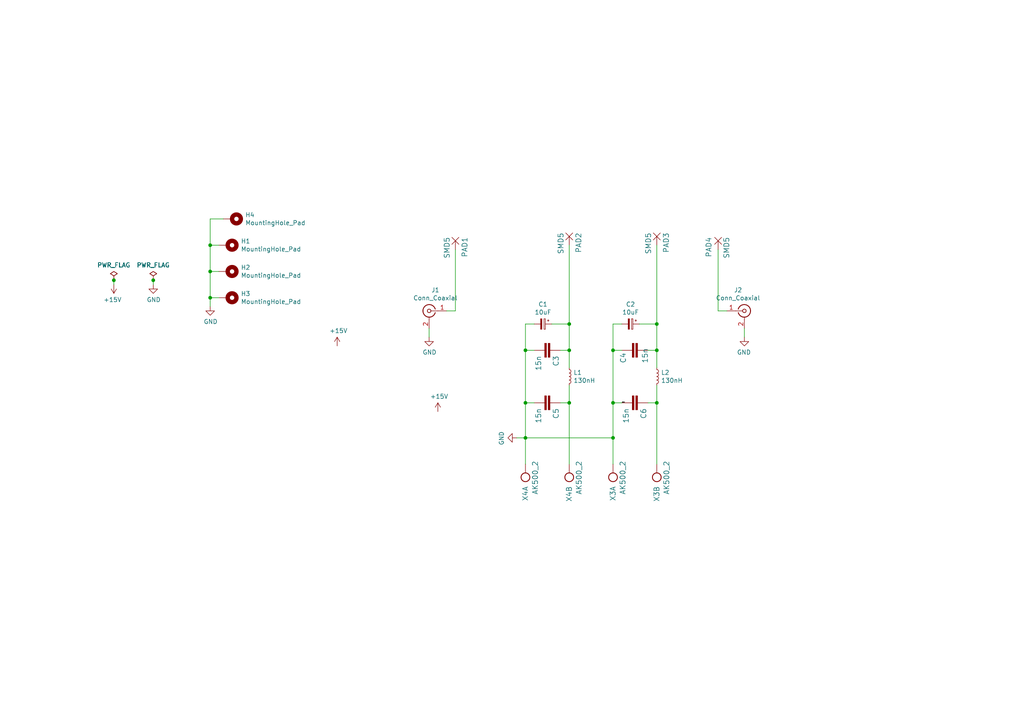
<source format=kicad_sch>
(kicad_sch (version 20230121) (generator eeschema)
  (paper "A4")
  (lib_symbols
    (symbol "Connector:Conn_Coaxial" (pin_names (offset 1.016) hide)
      (property "Reference" "J" (at 0.254 3.048 0))
      (property "Value" "Conn_Coaxial" (at 2.921 0 90))
      (symbol "Conn_Coaxial_0_1"
        (arc (start -1.778 -0.508) (mid 0.2311 -1.8066) (end 1.778 0) (stroke (width 0.254)))
        (polyline (pts (xy -2.54 0) (xy -0.508 0)))
        (polyline (pts (xy 0 -2.54) (xy 0 -1.778)))
        (circle (center 0 0) (radius 0.508) (stroke (width 0.2032)))
        (arc (start 1.778 0) (mid 0.2099 1.8101) (end -1.778 0.508) (stroke (width 0.254)))
      )
      (symbol "Conn_Coaxial_1_1"
        (pin passive line (at -5.08 0 0) (length 2.54) (name "In") (number "1"))
        (pin passive line (at 0 -5.08 90) (length 2.54) (name "Ext") (number "2"))
      )
    )
    (symbol "Device:L_Small" (pin_numbers hide) (pin_names (offset 0.254) hide)
      (property "Reference" "L" (at 0.762 1.016 0))
      (property "Value" "L_Small" (at 0.762 -1.016 0))
      (symbol "L_Small_0_1"
        (arc (start 0 -2.032) (mid 0.5058 -1.524) (end 0 -1.016))
        (arc (start 0 -1.016) (mid 0.5058 -0.508) (end 0 0))
        (arc (start 0 0) (mid 0.5058 0.508) (end 0 1.016))
        (arc (start 0 1.016) (mid 0.5058 1.524) (end 0 2.032))
      )
      (symbol "L_Small_1_1"
        (pin passive line (at 0 2.54 270) (length 0.508) (name "~") (number "1"))
        (pin passive line (at 0 -2.54 90) (length 0.508) (name "~") (number "2"))
      )
    )
    (symbol "Mechanical:MountingHole_Pad" (pin_numbers hide) (pin_names (offset 1.016) hide)
      (property "Reference" "H" (at 0 6.35 0))
      (property "Value" "MountingHole_Pad" (at 0 4.445 0))
      (symbol "MountingHole_Pad_0_1"
        (circle (center 0 1.27) (radius 1.27) (stroke (width 1.27)))
      )
      (symbol "MountingHole_Pad_1_1"
        (pin input line (at 0 -2.54 90) (length 2.54) (name "1") (number "1"))
      )
    )
    (symbol "main_new-eagle-import:AK500_2" (pin_names (offset 1.016))
      (property "Reference" "X" (at -1.27 0.889 0))
      (property "Value" "AK500_2" (at -3.81 -3.683 0))
      (symbol "AK500_2_1_0"
        (circle (center 1.27 0) (radius 1.27) (stroke (width 0.254)))
        (pin passive line (at 5.08 0 180) (length 2.54) (name "KL") (number "1"))
      )
      (symbol "AK500_2_2_0"
        (circle (center 1.27 0) (radius 1.27) (stroke (width 0.254)))
        (pin passive line (at 5.08 0 180) (length 2.54) (name "KL") (number "2"))
      )
    )
    (symbol "main_new-eagle-import:C-EU050-030X075" (pin_names (offset 1.016))
      (property "Reference" "C" (at 1.524 0.381 0))
      (property "Value" "C-EU050-030X075" (at 1.524 -4.699 0))
      (symbol "C-EU050-030X075_1_0"
        (rectangle (start -2.032 -2.032) (end 2.032 -1.524) (fill (type outline)))
        (rectangle (start -2.032 -1.016) (end 2.032 -0.508) (fill (type outline)))
        (polyline (pts (xy 0 -2.54) (xy 0 -2.032)))
        (polyline (pts (xy 0 0) (xy 0 -0.508)))
        (pin passive line (at 0 2.54 270) (length 2.54) (name "1") (number "1"))
        (pin passive line (at 0 -5.08 90) (length 2.54) (name "2") (number "2"))
      )
    )
    (symbol "main_new-eagle-import:SMD5" (pin_names (offset 1.016))
      (property "Reference" "PAD" (at -1.143 1.8542 0))
      (property "Value" "SMD5" (at -1.143 -3.302 0))
      (symbol "SMD5_1_0"
        (polyline (pts (xy -1.016 -1.016) (xy 1.016 1.016)))
        (polyline (pts (xy -1.016 1.016) (xy 1.016 -1.016)))
        (pin passive line (at 2.54 0 180) (length 2.54) (name "P") (number "1"))
      )
    )
    (symbol "main_new-rescue:CP_Small-Device" (pin_numbers hide) (pin_names (offset 0.254) hide)
      (property "Reference" "C" (at 0.254 1.778 0))
      (property "Value" "Device_CP_Small" (at 0.254 -2.032 0))
      (symbol "CP_Small-Device_0_1"
        (rectangle (start -1.524 -0.3048) (end 1.524 -0.6858) (fill (type outline)))
        (rectangle (start -1.524 0.6858) (end 1.524 0.3048))
        (polyline (pts (xy -1.27 1.524) (xy -0.762 1.524)))
        (polyline (pts (xy -1.016 1.27) (xy -1.016 1.778)))
      )
      (symbol "CP_Small-Device_1_1"
        (pin passive line (at 0 2.54 270) (length 1.8542) (name "~") (number "1"))
        (pin passive line (at 0 -2.54 90) (length 1.8542) (name "~") (number "2"))
      )
    )
    (symbol "power:+15V" (power) (pin_names (offset 0))
      (property "Value" "+15V" (at 0 3.556 0))
      (symbol "+15V_0_1"
        (polyline (pts (xy -0.762 1.27) (xy 0 2.54)))
        (polyline (pts (xy 0 0) (xy 0 2.54)))
        (polyline (pts (xy 0 2.54) (xy 0.762 1.27)))
      )
      (symbol "+15V_1_1"
        (pin power_in line (at 0 0 90) (length 0) hide (name "+15V") (number "1"))
      )
    )
    (symbol "power:GND" (power) (pin_names (offset 0))
      (property "Value" "GND" (at 0 -3.81 0))
      (symbol "GND_0_1"
        (polyline (pts (xy 0 0) (xy 0 -1.27) (xy 1.27 -1.27) (xy 0 -2.54) (xy -1.27 -1.27) (xy 0 -1.27)))
      )
      (symbol "GND_1_1"
        (pin power_in line (at 0 0 270) (length 0) hide (name "GND") (number "1"))
      )
    )
    (symbol "power:PWR_FLAG" (power) (pin_numbers hide) (pin_names (offset 0) hide)
      (property "Value" "PWR_FLAG" (at 0 3.81 0))
      (symbol "PWR_FLAG_0_0"
        (pin power_out line (at 0 0 90) (length 0) (name "pwr") (number "1"))
      )
      (symbol "PWR_FLAG_0_1"
        (polyline (pts (xy 0 0) (xy 0 1.27) (xy -1.016 1.905) (xy 0 2.54) (xy 1.016 1.905) (xy 0 1.27)))
      )
    )
  )
  (junction (at 190.5 101.6))
  (junction (at 177.8 101.6))
  (junction (at 165.1 93.98))
  (junction (at 33.02 81.28))
  (junction (at 165.1 116.84))
  (junction (at 152.4 101.6))
  (junction (at 165.1 101.6))
  (junction (at 60.96 71.12))
  (junction (at 177.8 127))
  (junction (at 152.4 127))
  (junction (at 60.96 86.36))
  (junction (at 190.5 116.84))
  (junction (at 190.5 93.98))
  (junction (at 152.4 116.84))
  (junction (at 60.96 78.74))
  (junction (at 44.45 81.28))
  (junction (at 177.8 116.84))
  (wire (pts (xy 177.8 127) (xy 177.8 134.62)))
  (wire (pts (xy 185.42 93.98) (xy 190.5 93.98)))
  (wire (pts (xy 152.4 116.84) (xy 154.94 116.84)))
  (wire (pts (xy 162.56 101.6) (xy 165.1 101.6)))
  (wire (pts (xy 60.96 63.5) (xy 60.96 71.12)))
  (wire (pts (xy 208.28 90.17) (xy 208.28 72.39)))
  (wire (pts (xy 177.8 116.84) (xy 177.8 127)))
  (wire (pts (xy 190.5 101.6) (xy 190.5 106.68)))
  (wire (pts (xy 165.1 71.12) (xy 165.1 93.98)))
  (wire (pts (xy 124.46 95.25) (xy 124.46 97.79)))
  (wire (pts (xy 44.45 81.28) (xy 44.45 82.55)))
  (wire (pts (xy 210.82 90.17) (xy 208.28 90.17)))
  (wire (pts (xy 60.96 86.36) (xy 63.5 86.36)))
  (wire (pts (xy 154.94 101.6) (xy 152.4 101.6)))
  (wire (pts (xy 60.96 71.12) (xy 60.96 78.74)))
  (wire (pts (xy 165.1 111.76) (xy 165.1 116.84)))
  (wire (pts (xy 160.02 93.98) (xy 165.1 93.98)))
  (wire (pts (xy 190.5 101.6) (xy 190.5 93.98)))
  (wire (pts (xy 177.8 116.84) (xy 177.8 101.6)))
  (wire (pts (xy 60.96 78.74) (xy 60.96 86.36)))
  (wire (pts (xy 129.54 90.17) (xy 132.08 90.17)))
  (wire (pts (xy 152.4 93.98) (xy 152.4 101.6)))
  (wire (pts (xy 165.1 101.6) (xy 165.1 106.68)))
  (wire (pts (xy 165.1 134.62) (xy 165.1 116.84)))
  (wire (pts (xy 162.56 116.84) (xy 165.1 116.84)))
  (wire (pts (xy 187.96 101.6) (xy 190.5 101.6)))
  (wire (pts (xy 60.96 63.5) (xy 64.77 63.5)))
  (wire (pts (xy 63.5 78.74) (xy 60.96 78.74)))
  (wire (pts (xy 132.08 90.17) (xy 132.08 72.39)))
  (wire (pts (xy 152.4 127) (xy 152.4 134.62)))
  (wire (pts (xy 180.34 116.84) (xy 177.8 116.84)))
  (wire (pts (xy 152.4 116.84) (xy 152.4 127)))
  (wire (pts (xy 215.9 95.25) (xy 215.9 97.79)))
  (wire (pts (xy 177.8 101.6) (xy 177.8 93.98)))
  (wire (pts (xy 177.8 101.6) (xy 180.34 101.6)))
  (wire (pts (xy 190.5 134.62) (xy 190.5 116.84)))
  (wire (pts (xy 190.5 116.84) (xy 187.96 116.84)))
  (wire (pts (xy 154.94 93.98) (xy 152.4 93.98)))
  (wire (pts (xy 60.96 86.36) (xy 60.96 88.9)))
  (wire (pts (xy 152.4 127) (xy 149.86 127)))
  (wire (pts (xy 165.1 93.98) (xy 165.1 101.6)))
  (wire (pts (xy 33.02 81.28) (xy 33.02 82.55)))
  (wire (pts (xy 190.5 111.76) (xy 190.5 116.84)))
  (wire (pts (xy 190.5 93.98) (xy 190.5 71.12)))
  (wire (pts (xy 60.96 71.12) (xy 63.5 71.12)))
  (wire (pts (xy 177.8 127) (xy 152.4 127)))
  (wire (pts (xy 152.4 101.6) (xy 152.4 116.84)))
  (wire (pts (xy 177.8 93.98) (xy 180.34 93.98)))
  (label "GND" (at 180.34 116.84 0) (effects (font (size 0.254 0.254))))
  (symbol (lib_id "main_new-eagle-import:C-EU050-030X075") (at 160.02 101.6 270) (unit 1)
    (property "Reference" "C3" (at 160.401 103.124 0) (effects (font (size 1.4986 1.4986)) (justify left bottom)))
    (property "Value" "15n" (at 155.321 103.124 0) (effects (font (size 1.4986 1.4986)) (justify left bottom)))
    (property "Footprint" "Capacitor_SMD:C_0805_2012Metric_Pad1.15x1.40mm_HandSolder" (effects hide))
  )
  (symbol (lib_id "main_new-eagle-import:AK500_2") (at 165.1 139.7 90) (unit 2)
    (property "Reference" "X4" (at 164.211 140.97 0) (effects (font (size 1.4986 1.4986)) (justify right top)))
    (property "Value" "AK500_2" (at 168.783 143.51 0) (effects (font (size 1.4986 1.4986)) (justify left bottom)))
    (property "Footprint" "TerminalBlock_Phoenix:TerminalBlock_Phoenix_PT-1,5-2-5.0-H_1x02_P5.00mm_Horizontal" (effects hide))
  )
  (symbol (lib_id "main_new-eagle-import:AK500_2") (at 152.4 139.7 90) (unit 1)
    (property "Reference" "X4" (at 151.511 140.97 0) (effects (font (size 1.4986 1.4986)) (justify right top)))
    (property "Value" "AK500_2" (at 156.083 143.51 0) (effects (font (size 1.4986 1.4986)) (justify left bottom)))
    (property "Footprint" "TerminalBlock_Phoenix:TerminalBlock_Phoenix_PT-1,5-2-5.0-H_1x02_P5.00mm_Horizontal" (effects hide))
  )
  (symbol (lib_id "main_new-eagle-import:SMD5") (at 165.1 68.58 270) (unit 1)
    (property "Reference" "PAD2" (at 166.9542 67.437 0) (effects (font (size 1.4986 1.4986)) (justify left bottom)))
    (property "Value" "SMD5" (at 161.798 67.437 0) (effects (font (size 1.4986 1.4986)) (justify left bottom)))
    (property "Footprint" "main_new:SMD2,54-5,08" (effects hide))
  )
  (symbol (lib_id "main_new-eagle-import:C-EU050-030X075") (at 185.42 116.84 270) (unit 1)
    (property "Reference" "C6" (at 185.801 118.364 0) (effects (font (size 1.4986 1.4986)) (justify left bottom)))
    (property "Value" "15n" (at 180.721 118.364 0) (effects (font (size 1.4986 1.4986)) (justify left bottom)))
    (property "Footprint" "Capacitor_SMD:C_0805_2012Metric_Pad1.15x1.40mm_HandSolder" (effects hide))
  )
  (symbol (lib_id "Mechanical:MountingHole_Pad") (at 67.31 63.5 270) (unit 1)
    (property "Reference" "H4" (at 71.12 62.3316 90) (effects (justify left)))
    (property "Value" "MountingHole_Pad" (at 71.12 64.643 90) (effects (justify left)))
    (property "Footprint" "MountingHole:MountingHole_3.2mm_M3_ISO7380_Pad" (effects hide))
  )
  (symbol (lib_id "Mechanical:MountingHole_Pad") (at 66.04 71.12 270) (unit 1)
    (property "Reference" "H1" (at 69.85 69.9516 90) (effects (justify left)))
    (property "Value" "MountingHole_Pad" (at 69.85 72.263 90) (effects (justify left)))
    (property "Footprint" "MountingHole:MountingHole_3.2mm_M3_ISO7380_Pad" (effects hide))
  )
  (symbol (lib_id "Mechanical:MountingHole_Pad") (at 66.04 78.74 270) (unit 1)
    (property "Reference" "H2" (at 69.85 77.5716 90) (effects (justify left)))
    (property "Value" "MountingHole_Pad" (at 69.85 79.883 90) (effects (justify left)))
    (property "Footprint" "MountingHole:MountingHole_3.2mm_M3_ISO7380_Pad" (effects hide))
  )
  (symbol (lib_id "Mechanical:MountingHole_Pad") (at 66.04 86.36 270) (unit 1)
    (property "Reference" "H3" (at 69.85 85.1916 90) (effects (justify left)))
    (property "Value" "MountingHole_Pad" (at 69.85 87.503 90) (effects (justify left)))
    (property "Footprint" "MountingHole:MountingHole_3.2mm_M3_ISO7380_Pad" (effects hide))
  )
  (symbol (lib_id "power:GND") (at 60.96 88.9 0) (unit 1)
    (property "Reference" "#PWR02" (effects hide))
    (property "Value" "GND" (at 61.087 93.2942 0))
  )
  (symbol (lib_id "power:PWR_FLAG") (at 44.45 81.28 0) (unit 1)
    (property "Reference" "#FLG01" (effects hide))
    (property "Value" "PWR_FLAG" (at 44.45 76.8858 0))
  )
  (symbol (lib_id "power:GND") (at 44.45 82.55 0) (unit 1)
    (property "Reference" "#PWR01" (effects hide))
    (property "Value" "GND" (at 44.577 86.9442 0))
  )
  (symbol (lib_id "Connector:Conn_Coaxial") (at 124.46 90.17 0) (mirror y) (unit 1)
    (property "Reference" "J1" (at 126.2888 84.1248 0))
    (property "Value" "Conn_Coaxial" (at 126.2888 86.4362 0))
    (property "Footprint" "SMA_PINS:SMA_EDGE_NRW" (effects hide))
    (property "Datasheet" " ~" (effects hide))
  )
  (symbol (lib_id "power:GND") (at 124.46 97.79 0) (unit 1)
    (property "Reference" "#PWR03" (effects hide))
    (property "Value" "GND" (at 124.587 102.1842 0))
  )
  (symbol (lib_id "power:GND") (at 149.86 127 270) (unit 1)
    (property "Reference" "#PWR04" (effects hide))
    (property "Value" "GND" (at 145.4658 127.127 0))
  )
  (symbol (lib_id "main_new-eagle-import:SMD5") (at 208.28 69.85 90) (mirror x) (unit 1)
    (property "Reference" "PAD4" (at 206.4258 68.707 0) (effects (font (size 1.4986 1.4986)) (justify left bottom)))
    (property "Value" "SMD5" (at 211.582 68.707 0) (effects (font (size 1.4986 1.4986)) (justify left bottom)))
    (property "Footprint" "main_new:SMD2,54-5,08" (effects hide))
  )
  (symbol (lib_id "Connector:Conn_Coaxial") (at 215.9 90.17 0) (unit 1)
    (property "Reference" "J2" (at 214.0712 84.1248 0))
    (property "Value" "Conn_Coaxial" (at 214.0712 86.4362 0))
    (property "Footprint" "SMA_PINS:SMA_EDGE_NRW" (effects hide))
    (property "Datasheet" " ~" (effects hide))
  )
  (symbol (lib_id "power:GND") (at 215.9 97.79 0) (mirror y) (unit 1)
    (property "Reference" "#PWR05" (effects hide))
    (property "Value" "GND" (at 215.773 102.1842 0))
  )
  (symbol (lib_id "Device:L_Small") (at 165.1 109.22 0) (unit 1)
    (property "Reference" "L1" (at 166.3192 108.0516 0) (effects (justify left)))
    (property "Value" "130nH" (at 166.3192 110.363 0) (effects (justify left)))
    (property "Footprint" "Lib:XEL3520131MEB" (effects hide))
  )
  (symbol (lib_id "Device:L_Small") (at 190.5 109.22 0) (unit 1)
    (property "Reference" "L2" (at 191.7192 108.0516 0) (effects (justify left)))
    (property "Value" "130nH" (at 191.7192 110.363 0) (effects (justify left)))
    (property "Footprint" "Lib:XEL3520131MEB" (effects hide))
  )
  (symbol (lib_id "power:+15V") (at 33.02 82.55 180) (unit 1)
    (property "Reference" "#PWR0101" (effects hide))
    (property "Value" "+15V" (at 32.639 86.9442 0))
  )
  (symbol (lib_id "power:+15V") (at 97.79 100.33 0) (unit 1)
    (property "Reference" "#PWR0102" (effects hide))
    (property "Value" "+15V" (at 98.171 95.9358 0))
  )
  (symbol (lib_id "power:PWR_FLAG") (at 44.45 81.28 0) (unit 1)
    (property "Reference" "#FLG0101" (effects hide))
    (property "Value" "PWR_FLAG" (at 44.45 76.8858 0))
  )
  (symbol (lib_id "power:PWR_FLAG") (at 33.02 81.28 0) (unit 1)
    (property "Reference" "#FLG0102" (effects hide))
    (property "Value" "PWR_FLAG" (at 33.02 76.8858 0))
  )
  (symbol (lib_id "power:PWR_FLAG") (at 33.02 81.28 0) (unit 1)
    (property "Reference" "#FLG0103" (effects hide))
    (property "Value" "PWR_FLAG" (at 33.02 76.8858 0))
  )
  (symbol (lib_id "power:+15V") (at 127 119.38 0) (unit 1)
    (property "Reference" "#PWR0103" (effects hide))
    (property "Value" "+15V" (at 127.381 114.9858 0))
  )
  (symbol (lib_id "main_new-rescue:CP_Small-Device") (at 157.48 93.98 270) (unit 1)
    (property "Reference" "C1" (at 157.48 88.265 90))
    (property "Value" "10uF" (at 157.48 90.5764 90))
    (property "Footprint" "Capacitor_Tantalum_SMD:CP_EIA-7132-28_AVX-C_Pad2.72x3.50mm_HandSolder" (effects hide))
  )
  (symbol (lib_id "main_new-rescue:CP_Small-Device") (at 182.88 93.98 270) (unit 1)
    (property "Reference" "C2" (at 182.88 88.265 90))
    (property "Value" "10uF" (at 182.88 90.5764 90))
    (property "Footprint" "Capacitor_Tantalum_SMD:CP_EIA-7132-28_AVX-C_Pad2.72x3.50mm_HandSolder" (effects hide))
  )
  (symbol (lib_id "main_new-eagle-import:C-EU050-030X075") (at 160.02 116.84 270) (unit 1)
    (property "Reference" "C5" (at 160.401 118.364 0) (effects (font (size 1.4986 1.4986)) (justify left bottom)))
    (property "Value" "15n" (at 155.321 118.364 0) (effects (font (size 1.4986 1.4986)) (justify left bottom)))
    (property "Footprint" "Capacitor_SMD:C_0805_2012Metric_Pad1.15x1.40mm_HandSolder" (effects hide))
  )
  (symbol (lib_id "main_new-eagle-import:SMD5") (at 190.5 68.58 270) (unit 1)
    (property "Reference" "PAD3" (at 192.3542 67.437 0) (effects (font (size 1.4986 1.4986)) (justify left bottom)))
    (property "Value" "SMD5" (at 187.198 67.437 0) (effects (font (size 1.4986 1.4986)) (justify left bottom)))
    (property "Footprint" "main_new:SMD2,54-5,08" (effects hide))
  )
  (symbol (lib_id "main_new-eagle-import:C-EU050-030X075") (at 182.88 101.6 90) (unit 1)
    (property "Reference" "C4" (at 181.61 105.41 0) (effects (font (size 1.4986 1.4986)) (justify left bottom)))
    (property "Value" "15n" (at 187.96 105.41 0) (effects (font (size 1.4986 1.4986)) (justify left bottom)))
    (property "Footprint" "Capacitor_SMD:C_0805_2012Metric_Pad1.15x1.40mm_HandSolder" (effects hide))
  )
  (symbol (lib_id "main_new-eagle-import:SMD5") (at 132.08 69.85 270) (unit 1)
    (property "Reference" "PAD1" (at 133.9342 68.707 0) (effects (font (size 1.4986 1.4986)) (justify left bottom)))
    (property "Value" "SMD5" (at 128.778 68.707 0) (effects (font (size 1.4986 1.4986)) (justify left bottom)))
    (property "Footprint" "main_new:SMD2,54-5,08" (effects hide))
  )
  (symbol (lib_id "main_new-eagle-import:AK500_2") (at 177.8 139.7 90) (unit 1)
    (property "Reference" "X3" (at 176.911 140.97 0) (effects (font (size 1.4986 1.4986)) (justify right top)))
    (property "Value" "AK500_2" (at 181.483 143.51 0) (effects (font (size 1.4986 1.4986)) (justify left bottom)))
    (property "Footprint" "TerminalBlock_Phoenix:TerminalBlock_Phoenix_PT-1,5-2-5.0-H_1x02_P5.00mm_Horizontal" (effects hide))
  )
  (symbol (lib_id "main_new-eagle-import:AK500_2") (at 190.5 139.7 90) (unit 2)
    (property "Reference" "X3" (at 189.611 140.97 0) (effects (font (size 1.4986 1.4986)) (justify right top)))
    (property "Value" "AK500_2" (at 194.183 143.51 0) (effects (font (size 1.4986 1.4986)) (justify left bottom)))
    (property "Footprint" "TerminalBlock_Phoenix:TerminalBlock_Phoenix_PT-1,5-2-5.0-H_1x02_P5.00mm_Horizontal" (effects hide))
  )
)
</source>
